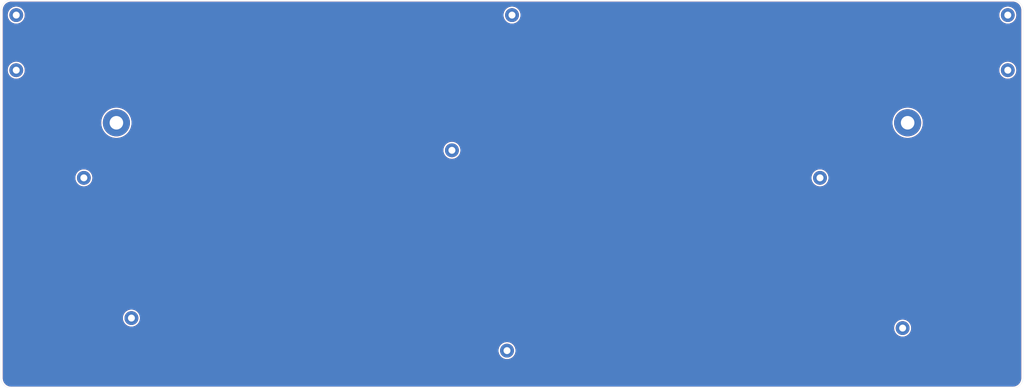
<source format=kicad_pcb>
(kicad_pcb (version 20211014) (generator pcbnew)
  (layers (0 "F.Cu" signal) (31 "B.Cu" signal) (34 "B.Paste" user) (35 "F.Paste" user) (36 "B.SilkS" user "B.Silkscreen") (37 "F.SilkS" user "F.Silkscreen") (38 "B.Mask" user) (39 "F.Mask" user) (44 "Edge.Cuts" user))
  (net 0 "")
  (footprint "MountingHole:MountingHole_4.3mm_M4_Pad" (layer "F.Cu") (at 71.4375 162.71875)
    (fp_text reference "REF**" hide)
    (fp_text value "MountingHole_4.3mm_M4_Pad")
    (pad "1" thru_hole circle locked (at 0 0) (size 8.6 8.6) (drill 4.3) (layers *.Cu *.Mask))
  )
  (footprint "MountingHole:MountingHole_4.3mm_M4_Pad" (layer "F.Cu") (at 322.2625 162.71875)
    (fp_text reference "REF**" hide)
    (fp_text value "MountingHole_4.3mm_M4_Pad")
    (pad "1" thru_hole circle locked (at 0 0) (size 8.6 8.6) (drill 4.3) (layers *.Cu *.Mask))
  )
  (footprint "MountingHole:MountingHole_2.2mm_M2_Pad" (layer "F.Cu") (at 354.0125 146.05)
    (fp_text reference "H4" hide)
    (fp_text value "MountingHole")
    (pad "1" thru_hole circle locked (at 0 0) (size 4.4 4.4) (drill 2.2) (layers *.Cu *.Mask))
  )
  (footprint "MountingHole:MountingHole_2.2mm_M2_Pad" (layer "F.Cu") (at 354.0125 128.5875)
    (fp_text reference "H2" hide)
    (fp_text value "MountingHole")
    (pad "1" thru_hole circle locked (at 0 0) (size 4.4 4.4) (drill 2.2) (layers *.Cu *.Mask))
  )
  (footprint "MountingHole:MountingHole_2.2mm_M2_Pad" (layer "F.Cu") (at 76.2 224.63125)
    (fp_text reference "H8" hide)
    (fp_text value "MountingHole")
    (pad "1" thru_hole circle locked (at 0 0) (size 4.4 4.4) (drill 2.2) (layers *.Cu *.Mask))
  )
  (footprint "MountingHole:MountingHole_2.2mm_M2_Pad" (layer "F.Cu") (at 294.48125 180.18125)
    (fp_text reference "H7" hide)
    (fp_text value "MountingHole")
    (pad "1" thru_hole circle locked (at 0 0) (size 4.4 4.4) (drill 2.2) (layers *.Cu *.Mask))
  )
  (footprint "MountingHole:MountingHole_2.2mm_M2_Pad" (layer "F.Cu") (at 61.11875 180.18125)
    (fp_text reference "H5" hide)
    (fp_text value "MountingHole")
    (pad "1" thru_hole circle locked (at 0 0) (size 4.4 4.4) (drill 2.2) (layers *.Cu *.Mask))
  )
  (footprint "MountingHole:MountingHole_2.2mm_M2_Pad" (layer "F.Cu") (at 39.6875 146.05)
    (fp_text reference "H3" hide)
    (fp_text value "MountingHole")
    (pad "1" thru_hole circle locked (at 0 0) (size 4.4 4.4) (drill 2.2) (layers *.Cu *.Mask))
  )
  (footprint "MountingHole:MountingHole_2.2mm_M2_Pad" (layer "F.Cu") (at 39.6875 128.5875)
    (fp_text reference "H1" hide)
    (fp_text value "MountingHole")
    (pad "1" thru_hole circle locked (at 0 0) (size 4.4 4.4) (drill 2.2) (layers *.Cu *.Mask))
  )
  (footprint "MountingHole:MountingHole_2.2mm_M2_Pad" (layer "F.Cu") (at 320.675 227.80625)
    (fp_text reference "H11" hide)
    (fp_text value "MountingHole")
    (pad "1" thru_hole circle locked (at 0 0) (size 4.4 4.4) (drill 2.2) (layers *.Cu *.Mask))
  )
  (footprint "MountingHole:MountingHole_2.2mm_M2_Pad" (layer "F.Cu") (at 195.2625 234.95)
    (fp_text reference "H9" hide)
    (fp_text value "MountingHole")
    (pad "1" thru_hole circle locked (at 0 0) (size 4.4 4.4) (drill 2.2) (layers *.Cu *.Mask))
  )
  (footprint "MountingHole:MountingHole_2.2mm_M2_Pad" (layer "F.Cu") (at 196.85 128.5875)
    (fp_text reference "H10" hide)
    (fp_text value "MountingHole")
    (pad "1" thru_hole circle locked (at 0 0) (size 4.4 4.4) (drill 2.2) (layers *.Cu *.Mask))
  )
  (footprint "MountingHole:MountingHole_2.2mm_M2_Pad" (layer "F.Cu") (at 177.8 171.45)
    (fp_text reference "H6" hide)
    (fp_text value "MountingHole")
    (pad "1" thru_hole circle locked (at 0 0) (size 4.4 4.4) (drill 2.2) (layers *.Cu *.Mask))
  )
  (footprint "keyboard_bottom:logo_back" (layer "B.Cu") (at 284.95625 204.7875 180)
    (fp_text reference "G***" hide)
    (fp_text value "LOGO" hide)
  )
  (gr_line (start 358.775 243.68125) (end 358.775 127) (layer "Edge.Cuts") (width 0.05))
  (gr_arc (start 355.6 123.825) (mid 357.845064 124.754936) (end 358.775 127) (layer "Edge.Cuts") (width 0.05))
  (gr_line (start 34.925 243.68125) (end 34.925 127) (layer "Edge.Cuts") (width 0.05))
  (gr_arc (start 34.925 127) (mid 35.854936 124.754936) (end 38.1 123.825) (layer "Edge.Cuts") (width 0.05))
  (gr_arc (start 38.1 246.85625) (mid 35.854936 245.926314) (end 34.925 243.68125) (layer "Edge.Cuts") (width 0.05))
  (gr_line (start 38.1 246.85625) (end 355.6 246.85625) (layer "Edge.Cuts") (width 0.05))
  (gr_line (start 355.6 123.825) (end 38.1 123.825) (layer "Edge.Cuts") (width 0.05))
  (gr_arc (start 358.775 243.68125) (mid 357.845064 245.926314) (end 355.6 246.85625) (layer "Edge.Cuts") (width 0.05))
  (zone (net 0) (net_name "") (layer "F.Cu") (connect_pads (clearance 0.508)) (min_thickness 0.254) (fill yes (thermal_gap 0.508) (thermal_bridge_width 0.508))
    (polygon (pts (xy 358.775 246.85625) (xy 34.925 246.85625) (xy 34.925 123.825) (xy 358.775 123.825)))
  )
  (zone (net 0) (net_name "") (layer "B.Cu") (connect_pads (clearance 0.508)) (min_thickness 0.254) (fill yes (thermal_gap 0.508) (thermal_bridge_width 0.508))
    (polygon (pts (xy 358.775 246.85625) (xy 34.925 246.85625) (xy 34.925 123.825) (xy 358.775 123.825)))
  )
)
</source>
